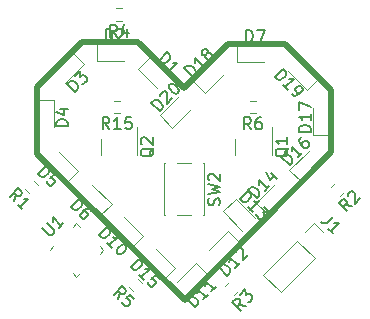
<source format=gbr>
%TF.GenerationSoftware,KiCad,Pcbnew,7.0.7*%
%TF.CreationDate,2024-04-02T17:30:46-04:00*%
%TF.ProjectId,battery_leds,62617474-6572-4795-9f6c-6564732e6b69,rev?*%
%TF.SameCoordinates,Original*%
%TF.FileFunction,Legend,Top*%
%TF.FilePolarity,Positive*%
%FSLAX46Y46*%
G04 Gerber Fmt 4.6, Leading zero omitted, Abs format (unit mm)*
G04 Created by KiCad (PCBNEW 7.0.7) date 2024-04-02 17:30:46*
%MOMM*%
%LPD*%
G01*
G04 APERTURE LIST*
%ADD10C,0.500000*%
%ADD11C,0.150000*%
%ADD12C,0.120000*%
G04 APERTURE END LIST*
D10*
X143600000Y-87600000D02*
X138800000Y-87600000D01*
X138800000Y-87600000D02*
X135000000Y-91400000D01*
X147450000Y-91450000D02*
X151200000Y-87700000D01*
X135000000Y-97000000D02*
X147500000Y-109400000D01*
X151200000Y-87700000D02*
X156000000Y-87700000D01*
X159900000Y-96900000D02*
X147500000Y-109400000D01*
X159900000Y-91600000D02*
X159900000Y-96900000D01*
X135000000Y-91400000D02*
X135000000Y-97000000D01*
X147450000Y-91450000D02*
X143650000Y-87650000D01*
X156000000Y-87700000D02*
X159900000Y-91600000D01*
D11*
X133099381Y-101052418D02*
X133200396Y-100479999D01*
X132695320Y-100648357D02*
X133402427Y-99941251D01*
X133402427Y-99941251D02*
X133671801Y-100210625D01*
X133671801Y-100210625D02*
X133705473Y-100311640D01*
X133705473Y-100311640D02*
X133705473Y-100378983D01*
X133705473Y-100378983D02*
X133671801Y-100479999D01*
X133671801Y-100479999D02*
X133570786Y-100581014D01*
X133570786Y-100581014D02*
X133469770Y-100614686D01*
X133469770Y-100614686D02*
X133402427Y-100614686D01*
X133402427Y-100614686D02*
X133301412Y-100581014D01*
X133301412Y-100581014D02*
X133032038Y-100311640D01*
X133772816Y-101725853D02*
X133368755Y-101321792D01*
X133570786Y-101523823D02*
X134277892Y-100816716D01*
X134277892Y-100816716D02*
X134109534Y-100850388D01*
X134109534Y-100850388D02*
X133974847Y-100850388D01*
X133974847Y-100850388D02*
X133873831Y-100816716D01*
X144900058Y-96532739D02*
X144852439Y-96627977D01*
X144852439Y-96627977D02*
X144757201Y-96723215D01*
X144757201Y-96723215D02*
X144614343Y-96866072D01*
X144614343Y-96866072D02*
X144566724Y-96961310D01*
X144566724Y-96961310D02*
X144566724Y-97056548D01*
X144804820Y-97008929D02*
X144757201Y-97104167D01*
X144757201Y-97104167D02*
X144661962Y-97199405D01*
X144661962Y-97199405D02*
X144471486Y-97247024D01*
X144471486Y-97247024D02*
X144138153Y-97247024D01*
X144138153Y-97247024D02*
X143947677Y-97199405D01*
X143947677Y-97199405D02*
X143852439Y-97104167D01*
X143852439Y-97104167D02*
X143804820Y-97008929D01*
X143804820Y-97008929D02*
X143804820Y-96818453D01*
X143804820Y-96818453D02*
X143852439Y-96723215D01*
X143852439Y-96723215D02*
X143947677Y-96627977D01*
X143947677Y-96627977D02*
X144138153Y-96580358D01*
X144138153Y-96580358D02*
X144471486Y-96580358D01*
X144471486Y-96580358D02*
X144661962Y-96627977D01*
X144661962Y-96627977D02*
X144757201Y-96723215D01*
X144757201Y-96723215D02*
X144804820Y-96818453D01*
X144804820Y-96818453D02*
X144804820Y-97008929D01*
X143900058Y-96199405D02*
X143852439Y-96151786D01*
X143852439Y-96151786D02*
X143804820Y-96056548D01*
X143804820Y-96056548D02*
X143804820Y-95818453D01*
X143804820Y-95818453D02*
X143852439Y-95723215D01*
X143852439Y-95723215D02*
X143900058Y-95675596D01*
X143900058Y-95675596D02*
X143995296Y-95627977D01*
X143995296Y-95627977D02*
X144090534Y-95627977D01*
X144090534Y-95627977D02*
X144233391Y-95675596D01*
X144233391Y-95675596D02*
X144804820Y-96247024D01*
X144804820Y-96247024D02*
X144804820Y-95627977D01*
X140811906Y-87462320D02*
X140811906Y-86462320D01*
X140811906Y-86462320D02*
X141050001Y-86462320D01*
X141050001Y-86462320D02*
X141192858Y-86509939D01*
X141192858Y-86509939D02*
X141288096Y-86605177D01*
X141288096Y-86605177D02*
X141335715Y-86700415D01*
X141335715Y-86700415D02*
X141383334Y-86890891D01*
X141383334Y-86890891D02*
X141383334Y-87033748D01*
X141383334Y-87033748D02*
X141335715Y-87224224D01*
X141335715Y-87224224D02*
X141288096Y-87319462D01*
X141288096Y-87319462D02*
X141192858Y-87414701D01*
X141192858Y-87414701D02*
X141050001Y-87462320D01*
X141050001Y-87462320D02*
X140811906Y-87462320D01*
X141764287Y-86557558D02*
X141811906Y-86509939D01*
X141811906Y-86509939D02*
X141907144Y-86462320D01*
X141907144Y-86462320D02*
X142145239Y-86462320D01*
X142145239Y-86462320D02*
X142240477Y-86509939D01*
X142240477Y-86509939D02*
X142288096Y-86557558D01*
X142288096Y-86557558D02*
X142335715Y-86652796D01*
X142335715Y-86652796D02*
X142335715Y-86748034D01*
X142335715Y-86748034D02*
X142288096Y-86890891D01*
X142288096Y-86890891D02*
X141716668Y-87462320D01*
X141716668Y-87462320D02*
X142335715Y-87462320D01*
X160070653Y-102345443D02*
X159565577Y-102850519D01*
X159565577Y-102850519D02*
X159430890Y-102917863D01*
X159430890Y-102917863D02*
X159296203Y-102917863D01*
X159296203Y-102917863D02*
X159161516Y-102850519D01*
X159161516Y-102850519D02*
X159094172Y-102783176D01*
X160070653Y-103759657D02*
X159666592Y-103355596D01*
X159868623Y-103557626D02*
X160575730Y-102850519D01*
X160575730Y-102850519D02*
X160407371Y-102884191D01*
X160407371Y-102884191D02*
X160272684Y-102884191D01*
X160272684Y-102884191D02*
X160171669Y-102850519D01*
X145317646Y-89126031D02*
X146024753Y-88418925D01*
X146024753Y-88418925D02*
X146193112Y-88587283D01*
X146193112Y-88587283D02*
X146260455Y-88721970D01*
X146260455Y-88721970D02*
X146260455Y-88856657D01*
X146260455Y-88856657D02*
X146226783Y-88957673D01*
X146226783Y-88957673D02*
X146125768Y-89126031D01*
X146125768Y-89126031D02*
X146024753Y-89227047D01*
X146024753Y-89227047D02*
X145856394Y-89328062D01*
X145856394Y-89328062D02*
X145755379Y-89361734D01*
X145755379Y-89361734D02*
X145620692Y-89361734D01*
X145620692Y-89361734D02*
X145486005Y-89294390D01*
X145486005Y-89294390D02*
X145317646Y-89126031D01*
X146395142Y-90203527D02*
X145991081Y-89799466D01*
X146193112Y-90001497D02*
X146900218Y-89294390D01*
X146900218Y-89294390D02*
X146731860Y-89328062D01*
X146731860Y-89328062D02*
X146597173Y-89328062D01*
X146597173Y-89328062D02*
X146496157Y-89294390D01*
X156300058Y-96532739D02*
X156252439Y-96627977D01*
X156252439Y-96627977D02*
X156157201Y-96723215D01*
X156157201Y-96723215D02*
X156014343Y-96866072D01*
X156014343Y-96866072D02*
X155966724Y-96961310D01*
X155966724Y-96961310D02*
X155966724Y-97056548D01*
X156204820Y-97008929D02*
X156157201Y-97104167D01*
X156157201Y-97104167D02*
X156061962Y-97199405D01*
X156061962Y-97199405D02*
X155871486Y-97247024D01*
X155871486Y-97247024D02*
X155538153Y-97247024D01*
X155538153Y-97247024D02*
X155347677Y-97199405D01*
X155347677Y-97199405D02*
X155252439Y-97104167D01*
X155252439Y-97104167D02*
X155204820Y-97008929D01*
X155204820Y-97008929D02*
X155204820Y-96818453D01*
X155204820Y-96818453D02*
X155252439Y-96723215D01*
X155252439Y-96723215D02*
X155347677Y-96627977D01*
X155347677Y-96627977D02*
X155538153Y-96580358D01*
X155538153Y-96580358D02*
X155871486Y-96580358D01*
X155871486Y-96580358D02*
X156061962Y-96627977D01*
X156061962Y-96627977D02*
X156157201Y-96723215D01*
X156157201Y-96723215D02*
X156204820Y-96818453D01*
X156204820Y-96818453D02*
X156204820Y-97008929D01*
X156204820Y-95627977D02*
X156204820Y-96199405D01*
X156204820Y-95913691D02*
X155204820Y-95913691D01*
X155204820Y-95913691D02*
X155347677Y-96008929D01*
X155347677Y-96008929D02*
X155442915Y-96104167D01*
X155442915Y-96104167D02*
X155490534Y-96199405D01*
X158174820Y-95151786D02*
X157174820Y-95151786D01*
X157174820Y-95151786D02*
X157174820Y-94913691D01*
X157174820Y-94913691D02*
X157222439Y-94770834D01*
X157222439Y-94770834D02*
X157317677Y-94675596D01*
X157317677Y-94675596D02*
X157412915Y-94627977D01*
X157412915Y-94627977D02*
X157603391Y-94580358D01*
X157603391Y-94580358D02*
X157746248Y-94580358D01*
X157746248Y-94580358D02*
X157936724Y-94627977D01*
X157936724Y-94627977D02*
X158031962Y-94675596D01*
X158031962Y-94675596D02*
X158127201Y-94770834D01*
X158127201Y-94770834D02*
X158174820Y-94913691D01*
X158174820Y-94913691D02*
X158174820Y-95151786D01*
X158174820Y-93627977D02*
X158174820Y-94199405D01*
X158174820Y-93913691D02*
X157174820Y-93913691D01*
X157174820Y-93913691D02*
X157317677Y-94008929D01*
X157317677Y-94008929D02*
X157412915Y-94104167D01*
X157412915Y-94104167D02*
X157460534Y-94199405D01*
X157174820Y-93294643D02*
X157174820Y-92627977D01*
X157174820Y-92627977D02*
X158174820Y-93056548D01*
X152180928Y-100889313D02*
X152888035Y-100182207D01*
X152888035Y-100182207D02*
X153056394Y-100350565D01*
X153056394Y-100350565D02*
X153123737Y-100485252D01*
X153123737Y-100485252D02*
X153123737Y-100619939D01*
X153123737Y-100619939D02*
X153090065Y-100720955D01*
X153090065Y-100720955D02*
X152989050Y-100889313D01*
X152989050Y-100889313D02*
X152888035Y-100990329D01*
X152888035Y-100990329D02*
X152719676Y-101091344D01*
X152719676Y-101091344D02*
X152618661Y-101125016D01*
X152618661Y-101125016D02*
X152483974Y-101125016D01*
X152483974Y-101125016D02*
X152349287Y-101057672D01*
X152349287Y-101057672D02*
X152180928Y-100889313D01*
X153258424Y-101966809D02*
X152854363Y-101562748D01*
X153056394Y-101764779D02*
X153763500Y-101057672D01*
X153763500Y-101057672D02*
X153595142Y-101091344D01*
X153595142Y-101091344D02*
X153460455Y-101091344D01*
X153460455Y-101091344D02*
X153359439Y-101057672D01*
X154201233Y-101495405D02*
X154638966Y-101933138D01*
X154638966Y-101933138D02*
X154133890Y-101966810D01*
X154133890Y-101966810D02*
X154234905Y-102067825D01*
X154234905Y-102067825D02*
X154268577Y-102168840D01*
X154268577Y-102168840D02*
X154268577Y-102236184D01*
X154268577Y-102236184D02*
X154234905Y-102337199D01*
X154234905Y-102337199D02*
X154066546Y-102505558D01*
X154066546Y-102505558D02*
X153965531Y-102539229D01*
X153965531Y-102539229D02*
X153898188Y-102539229D01*
X153898188Y-102539229D02*
X153797172Y-102505558D01*
X153797172Y-102505558D02*
X153595142Y-102303527D01*
X153595142Y-102303527D02*
X153561470Y-102202512D01*
X153561470Y-102202512D02*
X153561470Y-102135168D01*
X135095320Y-98748357D02*
X135802427Y-98041251D01*
X135802427Y-98041251D02*
X135970786Y-98209609D01*
X135970786Y-98209609D02*
X136038129Y-98344296D01*
X136038129Y-98344296D02*
X136038129Y-98478983D01*
X136038129Y-98478983D02*
X136004457Y-98579999D01*
X136004457Y-98579999D02*
X135903442Y-98748357D01*
X135903442Y-98748357D02*
X135802427Y-98849373D01*
X135802427Y-98849373D02*
X135634068Y-98950388D01*
X135634068Y-98950388D02*
X135533053Y-98984060D01*
X135533053Y-98984060D02*
X135398366Y-98984060D01*
X135398366Y-98984060D02*
X135263679Y-98916716D01*
X135263679Y-98916716D02*
X135095320Y-98748357D01*
X136846251Y-99085075D02*
X136509534Y-98748357D01*
X136509534Y-98748357D02*
X136139144Y-99051403D01*
X136139144Y-99051403D02*
X136206488Y-99051403D01*
X136206488Y-99051403D02*
X136307503Y-99085075D01*
X136307503Y-99085075D02*
X136475862Y-99253434D01*
X136475862Y-99253434D02*
X136509534Y-99354449D01*
X136509534Y-99354449D02*
X136509534Y-99421792D01*
X136509534Y-99421792D02*
X136475862Y-99522808D01*
X136475862Y-99522808D02*
X136307503Y-99691166D01*
X136307503Y-99691166D02*
X136206488Y-99724838D01*
X136206488Y-99724838D02*
X136139144Y-99724838D01*
X136139144Y-99724838D02*
X136038129Y-99691166D01*
X136038129Y-99691166D02*
X135869770Y-99522808D01*
X135869770Y-99522808D02*
X135836099Y-99421792D01*
X135836099Y-99421792D02*
X135836099Y-99354449D01*
X151124139Y-107328899D02*
X150417033Y-106621792D01*
X150417033Y-106621792D02*
X150585391Y-106453433D01*
X150585391Y-106453433D02*
X150720078Y-106386090D01*
X150720078Y-106386090D02*
X150854765Y-106386090D01*
X150854765Y-106386090D02*
X150955781Y-106419762D01*
X150955781Y-106419762D02*
X151124139Y-106520777D01*
X151124139Y-106520777D02*
X151225155Y-106621792D01*
X151225155Y-106621792D02*
X151326170Y-106790151D01*
X151326170Y-106790151D02*
X151359842Y-106891166D01*
X151359842Y-106891166D02*
X151359842Y-107025853D01*
X151359842Y-107025853D02*
X151292498Y-107160540D01*
X151292498Y-107160540D02*
X151124139Y-107328899D01*
X152201635Y-106251403D02*
X151797574Y-106655464D01*
X151999605Y-106453433D02*
X151292498Y-105746327D01*
X151292498Y-105746327D02*
X151326170Y-105914685D01*
X151326170Y-105914685D02*
X151326170Y-106049372D01*
X151326170Y-106049372D02*
X151292498Y-106150388D01*
X151831246Y-105342265D02*
X151831246Y-105274922D01*
X151831246Y-105274922D02*
X151864918Y-105173907D01*
X151864918Y-105173907D02*
X152033277Y-105005548D01*
X152033277Y-105005548D02*
X152134292Y-104971876D01*
X152134292Y-104971876D02*
X152201636Y-104971876D01*
X152201636Y-104971876D02*
X152302651Y-105005548D01*
X152302651Y-105005548D02*
X152369994Y-105072891D01*
X152369994Y-105072891D02*
X152437338Y-105207578D01*
X152437338Y-105207578D02*
X152437338Y-106015700D01*
X152437338Y-106015700D02*
X152875071Y-105577968D01*
X138260857Y-91792181D02*
X137553751Y-91085074D01*
X137553751Y-91085074D02*
X137722109Y-90916715D01*
X137722109Y-90916715D02*
X137856796Y-90849372D01*
X137856796Y-90849372D02*
X137991483Y-90849372D01*
X137991483Y-90849372D02*
X138092499Y-90883044D01*
X138092499Y-90883044D02*
X138260857Y-90984059D01*
X138260857Y-90984059D02*
X138361873Y-91085074D01*
X138361873Y-91085074D02*
X138462888Y-91253433D01*
X138462888Y-91253433D02*
X138496560Y-91354448D01*
X138496560Y-91354448D02*
X138496560Y-91489135D01*
X138496560Y-91489135D02*
X138429216Y-91623822D01*
X138429216Y-91623822D02*
X138260857Y-91792181D01*
X138193514Y-90445311D02*
X138631247Y-90007578D01*
X138631247Y-90007578D02*
X138664918Y-90512654D01*
X138664918Y-90512654D02*
X138765934Y-90411639D01*
X138765934Y-90411639D02*
X138866949Y-90377967D01*
X138866949Y-90377967D02*
X138934292Y-90377967D01*
X138934292Y-90377967D02*
X139035308Y-90411639D01*
X139035308Y-90411639D02*
X139203666Y-90579998D01*
X139203666Y-90579998D02*
X139237338Y-90681013D01*
X139237338Y-90681013D02*
X139237338Y-90748357D01*
X139237338Y-90748357D02*
X139203666Y-90849372D01*
X139203666Y-90849372D02*
X139001636Y-91051402D01*
X139001636Y-91051402D02*
X138900621Y-91085074D01*
X138900621Y-91085074D02*
X138833277Y-91085074D01*
X148201813Y-90506573D02*
X147494707Y-89799466D01*
X147494707Y-89799466D02*
X147663065Y-89631107D01*
X147663065Y-89631107D02*
X147797752Y-89563764D01*
X147797752Y-89563764D02*
X147932439Y-89563764D01*
X147932439Y-89563764D02*
X148033455Y-89597436D01*
X148033455Y-89597436D02*
X148201813Y-89698451D01*
X148201813Y-89698451D02*
X148302829Y-89799466D01*
X148302829Y-89799466D02*
X148403844Y-89967825D01*
X148403844Y-89967825D02*
X148437516Y-90068840D01*
X148437516Y-90068840D02*
X148437516Y-90203527D01*
X148437516Y-90203527D02*
X148370172Y-90338214D01*
X148370172Y-90338214D02*
X148201813Y-90506573D01*
X149279309Y-89429077D02*
X148875248Y-89833138D01*
X149077279Y-89631107D02*
X148370172Y-88924001D01*
X148370172Y-88924001D02*
X148403844Y-89092359D01*
X148403844Y-89092359D02*
X148403844Y-89227046D01*
X148403844Y-89227046D02*
X148370172Y-89328062D01*
X149279310Y-88620955D02*
X149178294Y-88654626D01*
X149178294Y-88654626D02*
X149110951Y-88654626D01*
X149110951Y-88654626D02*
X149009936Y-88620955D01*
X149009936Y-88620955D02*
X148976264Y-88587283D01*
X148976264Y-88587283D02*
X148942592Y-88486268D01*
X148942592Y-88486268D02*
X148942592Y-88418924D01*
X148942592Y-88418924D02*
X148976264Y-88317909D01*
X148976264Y-88317909D02*
X149110951Y-88183222D01*
X149110951Y-88183222D02*
X149211966Y-88149550D01*
X149211966Y-88149550D02*
X149279310Y-88149550D01*
X149279310Y-88149550D02*
X149380325Y-88183222D01*
X149380325Y-88183222D02*
X149413997Y-88216894D01*
X149413997Y-88216894D02*
X149447668Y-88317909D01*
X149447668Y-88317909D02*
X149447668Y-88385252D01*
X149447668Y-88385252D02*
X149413997Y-88486268D01*
X149413997Y-88486268D02*
X149279310Y-88620955D01*
X149279310Y-88620955D02*
X149245638Y-88721970D01*
X149245638Y-88721970D02*
X149245638Y-88789313D01*
X149245638Y-88789313D02*
X149279310Y-88890329D01*
X149279310Y-88890329D02*
X149413997Y-89025016D01*
X149413997Y-89025016D02*
X149515012Y-89058687D01*
X149515012Y-89058687D02*
X149582355Y-89058687D01*
X149582355Y-89058687D02*
X149683371Y-89025016D01*
X149683371Y-89025016D02*
X149818058Y-88890329D01*
X149818058Y-88890329D02*
X149851729Y-88789313D01*
X149851729Y-88789313D02*
X149851729Y-88721970D01*
X149851729Y-88721970D02*
X149818058Y-88620955D01*
X149818058Y-88620955D02*
X149683371Y-88486268D01*
X149683371Y-88486268D02*
X149582355Y-88452596D01*
X149582355Y-88452596D02*
X149515012Y-88452596D01*
X149515012Y-88452596D02*
X149413997Y-88486268D01*
X140258602Y-103911639D02*
X140965709Y-103204533D01*
X140965709Y-103204533D02*
X141134068Y-103372891D01*
X141134068Y-103372891D02*
X141201411Y-103507578D01*
X141201411Y-103507578D02*
X141201411Y-103642265D01*
X141201411Y-103642265D02*
X141167739Y-103743281D01*
X141167739Y-103743281D02*
X141066724Y-103911639D01*
X141066724Y-103911639D02*
X140965709Y-104012655D01*
X140965709Y-104012655D02*
X140797350Y-104113670D01*
X140797350Y-104113670D02*
X140696335Y-104147342D01*
X140696335Y-104147342D02*
X140561648Y-104147342D01*
X140561648Y-104147342D02*
X140426961Y-104079998D01*
X140426961Y-104079998D02*
X140258602Y-103911639D01*
X141336098Y-104989135D02*
X140932037Y-104585074D01*
X141134068Y-104787105D02*
X141841174Y-104079998D01*
X141841174Y-104079998D02*
X141672816Y-104113670D01*
X141672816Y-104113670D02*
X141538129Y-104113670D01*
X141538129Y-104113670D02*
X141437113Y-104079998D01*
X142480938Y-104719762D02*
X142548281Y-104787105D01*
X142548281Y-104787105D02*
X142581953Y-104888120D01*
X142581953Y-104888120D02*
X142581953Y-104955464D01*
X142581953Y-104955464D02*
X142548281Y-105056479D01*
X142548281Y-105056479D02*
X142447266Y-105224838D01*
X142447266Y-105224838D02*
X142278907Y-105393197D01*
X142278907Y-105393197D02*
X142110549Y-105494212D01*
X142110549Y-105494212D02*
X142009533Y-105527884D01*
X142009533Y-105527884D02*
X141942190Y-105527884D01*
X141942190Y-105527884D02*
X141841175Y-105494212D01*
X141841175Y-105494212D02*
X141773831Y-105426868D01*
X141773831Y-105426868D02*
X141740159Y-105325853D01*
X141740159Y-105325853D02*
X141740159Y-105258510D01*
X141740159Y-105258510D02*
X141773831Y-105157494D01*
X141773831Y-105157494D02*
X141874846Y-104989136D01*
X141874846Y-104989136D02*
X142043205Y-104820777D01*
X142043205Y-104820777D02*
X142211564Y-104719762D01*
X142211564Y-104719762D02*
X142312579Y-104686090D01*
X142312579Y-104686090D02*
X142379923Y-104686090D01*
X142379923Y-104686090D02*
X142480938Y-104719762D01*
X141132145Y-94922320D02*
X140798812Y-94446129D01*
X140560717Y-94922320D02*
X140560717Y-93922320D01*
X140560717Y-93922320D02*
X140941669Y-93922320D01*
X140941669Y-93922320D02*
X141036907Y-93969939D01*
X141036907Y-93969939D02*
X141084526Y-94017558D01*
X141084526Y-94017558D02*
X141132145Y-94112796D01*
X141132145Y-94112796D02*
X141132145Y-94255653D01*
X141132145Y-94255653D02*
X141084526Y-94350891D01*
X141084526Y-94350891D02*
X141036907Y-94398510D01*
X141036907Y-94398510D02*
X140941669Y-94446129D01*
X140941669Y-94446129D02*
X140560717Y-94446129D01*
X142084526Y-94922320D02*
X141513098Y-94922320D01*
X141798812Y-94922320D02*
X141798812Y-93922320D01*
X141798812Y-93922320D02*
X141703574Y-94065177D01*
X141703574Y-94065177D02*
X141608336Y-94160415D01*
X141608336Y-94160415D02*
X141513098Y-94208034D01*
X142989288Y-93922320D02*
X142513098Y-93922320D01*
X142513098Y-93922320D02*
X142465479Y-94398510D01*
X142465479Y-94398510D02*
X142513098Y-94350891D01*
X142513098Y-94350891D02*
X142608336Y-94303272D01*
X142608336Y-94303272D02*
X142846431Y-94303272D01*
X142846431Y-94303272D02*
X142941669Y-94350891D01*
X142941669Y-94350891D02*
X142989288Y-94398510D01*
X142989288Y-94398510D02*
X143036907Y-94493748D01*
X143036907Y-94493748D02*
X143036907Y-94731843D01*
X143036907Y-94731843D02*
X142989288Y-94827081D01*
X142989288Y-94827081D02*
X142941669Y-94874701D01*
X142941669Y-94874701D02*
X142846431Y-94922320D01*
X142846431Y-94922320D02*
X142608336Y-94922320D01*
X142608336Y-94922320D02*
X142513098Y-94874701D01*
X142513098Y-94874701D02*
X142465479Y-94827081D01*
X137895320Y-101548357D02*
X138602427Y-100841251D01*
X138602427Y-100841251D02*
X138770786Y-101009609D01*
X138770786Y-101009609D02*
X138838129Y-101144296D01*
X138838129Y-101144296D02*
X138838129Y-101278983D01*
X138838129Y-101278983D02*
X138804457Y-101379999D01*
X138804457Y-101379999D02*
X138703442Y-101548357D01*
X138703442Y-101548357D02*
X138602427Y-101649373D01*
X138602427Y-101649373D02*
X138434068Y-101750388D01*
X138434068Y-101750388D02*
X138333053Y-101784060D01*
X138333053Y-101784060D02*
X138198366Y-101784060D01*
X138198366Y-101784060D02*
X138063679Y-101716716D01*
X138063679Y-101716716D02*
X137895320Y-101548357D01*
X139612579Y-101851403D02*
X139477892Y-101716716D01*
X139477892Y-101716716D02*
X139376877Y-101683044D01*
X139376877Y-101683044D02*
X139309534Y-101683044D01*
X139309534Y-101683044D02*
X139141175Y-101716716D01*
X139141175Y-101716716D02*
X138972816Y-101817731D01*
X138972816Y-101817731D02*
X138703442Y-102087105D01*
X138703442Y-102087105D02*
X138669770Y-102188121D01*
X138669770Y-102188121D02*
X138669770Y-102255464D01*
X138669770Y-102255464D02*
X138703442Y-102356479D01*
X138703442Y-102356479D02*
X138838129Y-102491166D01*
X138838129Y-102491166D02*
X138939144Y-102524838D01*
X138939144Y-102524838D02*
X139006488Y-102524838D01*
X139006488Y-102524838D02*
X139107503Y-102491166D01*
X139107503Y-102491166D02*
X139275862Y-102322808D01*
X139275862Y-102322808D02*
X139309534Y-102221792D01*
X139309534Y-102221792D02*
X139309534Y-102154449D01*
X139309534Y-102154449D02*
X139275862Y-102053434D01*
X139275862Y-102053434D02*
X139141175Y-101918747D01*
X139141175Y-101918747D02*
X139040160Y-101885075D01*
X139040160Y-101885075D02*
X138972816Y-101885075D01*
X138972816Y-101885075D02*
X138871801Y-101918747D01*
X137634820Y-94675595D02*
X136634820Y-94675595D01*
X136634820Y-94675595D02*
X136634820Y-94437500D01*
X136634820Y-94437500D02*
X136682439Y-94294643D01*
X136682439Y-94294643D02*
X136777677Y-94199405D01*
X136777677Y-94199405D02*
X136872915Y-94151786D01*
X136872915Y-94151786D02*
X137063391Y-94104167D01*
X137063391Y-94104167D02*
X137206248Y-94104167D01*
X137206248Y-94104167D02*
X137396724Y-94151786D01*
X137396724Y-94151786D02*
X137491962Y-94199405D01*
X137491962Y-94199405D02*
X137587201Y-94294643D01*
X137587201Y-94294643D02*
X137634820Y-94437500D01*
X137634820Y-94437500D02*
X137634820Y-94675595D01*
X136968153Y-93247024D02*
X137634820Y-93247024D01*
X136587201Y-93485119D02*
X137301486Y-93723214D01*
X137301486Y-93723214D02*
X137301486Y-93104167D01*
X155158602Y-90511639D02*
X155865709Y-89804533D01*
X155865709Y-89804533D02*
X156034068Y-89972891D01*
X156034068Y-89972891D02*
X156101411Y-90107578D01*
X156101411Y-90107578D02*
X156101411Y-90242265D01*
X156101411Y-90242265D02*
X156067739Y-90343281D01*
X156067739Y-90343281D02*
X155966724Y-90511639D01*
X155966724Y-90511639D02*
X155865709Y-90612655D01*
X155865709Y-90612655D02*
X155697350Y-90713670D01*
X155697350Y-90713670D02*
X155596335Y-90747342D01*
X155596335Y-90747342D02*
X155461648Y-90747342D01*
X155461648Y-90747342D02*
X155326961Y-90679998D01*
X155326961Y-90679998D02*
X155158602Y-90511639D01*
X156236098Y-91589135D02*
X155832037Y-91185074D01*
X156034068Y-91387105D02*
X156741174Y-90679998D01*
X156741174Y-90679998D02*
X156572816Y-90713670D01*
X156572816Y-90713670D02*
X156438129Y-90713670D01*
X156438129Y-90713670D02*
X156337113Y-90679998D01*
X156572816Y-91925853D02*
X156707503Y-92060540D01*
X156707503Y-92060540D02*
X156808518Y-92094212D01*
X156808518Y-92094212D02*
X156875862Y-92094212D01*
X156875862Y-92094212D02*
X157044220Y-92060540D01*
X157044220Y-92060540D02*
X157212579Y-91959525D01*
X157212579Y-91959525D02*
X157481953Y-91690151D01*
X157481953Y-91690151D02*
X157515625Y-91589136D01*
X157515625Y-91589136D02*
X157515625Y-91521792D01*
X157515625Y-91521792D02*
X157481953Y-91420777D01*
X157481953Y-91420777D02*
X157347266Y-91286090D01*
X157347266Y-91286090D02*
X157246251Y-91252418D01*
X157246251Y-91252418D02*
X157178907Y-91252418D01*
X157178907Y-91252418D02*
X157077892Y-91286090D01*
X157077892Y-91286090D02*
X156909533Y-91454449D01*
X156909533Y-91454449D02*
X156875862Y-91555464D01*
X156875862Y-91555464D02*
X156875862Y-91622807D01*
X156875862Y-91622807D02*
X156909533Y-91723823D01*
X156909533Y-91723823D02*
X157044220Y-91858510D01*
X157044220Y-91858510D02*
X157145236Y-91892181D01*
X157145236Y-91892181D02*
X157212579Y-91892181D01*
X157212579Y-91892181D02*
X157313594Y-91858510D01*
X153601813Y-100806573D02*
X152894707Y-100099466D01*
X152894707Y-100099466D02*
X153063065Y-99931107D01*
X153063065Y-99931107D02*
X153197752Y-99863764D01*
X153197752Y-99863764D02*
X153332439Y-99863764D01*
X153332439Y-99863764D02*
X153433455Y-99897436D01*
X153433455Y-99897436D02*
X153601813Y-99998451D01*
X153601813Y-99998451D02*
X153702829Y-100099466D01*
X153702829Y-100099466D02*
X153803844Y-100267825D01*
X153803844Y-100267825D02*
X153837516Y-100368840D01*
X153837516Y-100368840D02*
X153837516Y-100503527D01*
X153837516Y-100503527D02*
X153770172Y-100638214D01*
X153770172Y-100638214D02*
X153601813Y-100806573D01*
X154679309Y-99729077D02*
X154275248Y-100133138D01*
X154477279Y-99931107D02*
X153770172Y-99224001D01*
X153770172Y-99224001D02*
X153803844Y-99392359D01*
X153803844Y-99392359D02*
X153803844Y-99527046D01*
X153803844Y-99527046D02*
X153770172Y-99628062D01*
X154813997Y-98651581D02*
X155285401Y-99122985D01*
X154376264Y-98550565D02*
X154712981Y-99224000D01*
X154712981Y-99224000D02*
X155150714Y-98786268D01*
X145401813Y-93406573D02*
X144694707Y-92699466D01*
X144694707Y-92699466D02*
X144863065Y-92531107D01*
X144863065Y-92531107D02*
X144997752Y-92463764D01*
X144997752Y-92463764D02*
X145132439Y-92463764D01*
X145132439Y-92463764D02*
X145233455Y-92497436D01*
X145233455Y-92497436D02*
X145401813Y-92598451D01*
X145401813Y-92598451D02*
X145502829Y-92699466D01*
X145502829Y-92699466D02*
X145603844Y-92867825D01*
X145603844Y-92867825D02*
X145637516Y-92968840D01*
X145637516Y-92968840D02*
X145637516Y-93103527D01*
X145637516Y-93103527D02*
X145570172Y-93238214D01*
X145570172Y-93238214D02*
X145401813Y-93406573D01*
X145435485Y-92093375D02*
X145435485Y-92026031D01*
X145435485Y-92026031D02*
X145469157Y-91925016D01*
X145469157Y-91925016D02*
X145637516Y-91756657D01*
X145637516Y-91756657D02*
X145738531Y-91722985D01*
X145738531Y-91722985D02*
X145805874Y-91722985D01*
X145805874Y-91722985D02*
X145906890Y-91756657D01*
X145906890Y-91756657D02*
X145974233Y-91824001D01*
X145974233Y-91824001D02*
X146041577Y-91958688D01*
X146041577Y-91958688D02*
X146041577Y-92766810D01*
X146041577Y-92766810D02*
X146479309Y-92329077D01*
X146209936Y-91184237D02*
X146277279Y-91116894D01*
X146277279Y-91116894D02*
X146378294Y-91083222D01*
X146378294Y-91083222D02*
X146445638Y-91083222D01*
X146445638Y-91083222D02*
X146546653Y-91116894D01*
X146546653Y-91116894D02*
X146715012Y-91217909D01*
X146715012Y-91217909D02*
X146883371Y-91386268D01*
X146883371Y-91386268D02*
X146984386Y-91554626D01*
X146984386Y-91554626D02*
X147018058Y-91655642D01*
X147018058Y-91655642D02*
X147018058Y-91722985D01*
X147018058Y-91722985D02*
X146984386Y-91824000D01*
X146984386Y-91824000D02*
X146917042Y-91891344D01*
X146917042Y-91891344D02*
X146816027Y-91925016D01*
X146816027Y-91925016D02*
X146748684Y-91925016D01*
X146748684Y-91925016D02*
X146647668Y-91891344D01*
X146647668Y-91891344D02*
X146479310Y-91790329D01*
X146479310Y-91790329D02*
X146310951Y-91621970D01*
X146310951Y-91621970D02*
X146209936Y-91453611D01*
X146209936Y-91453611D02*
X146176264Y-91352596D01*
X146176264Y-91352596D02*
X146176264Y-91285252D01*
X146176264Y-91285252D02*
X146209936Y-91184237D01*
X141783334Y-87122320D02*
X141450001Y-86646129D01*
X141211906Y-87122320D02*
X141211906Y-86122320D01*
X141211906Y-86122320D02*
X141592858Y-86122320D01*
X141592858Y-86122320D02*
X141688096Y-86169939D01*
X141688096Y-86169939D02*
X141735715Y-86217558D01*
X141735715Y-86217558D02*
X141783334Y-86312796D01*
X141783334Y-86312796D02*
X141783334Y-86455653D01*
X141783334Y-86455653D02*
X141735715Y-86550891D01*
X141735715Y-86550891D02*
X141688096Y-86598510D01*
X141688096Y-86598510D02*
X141592858Y-86646129D01*
X141592858Y-86646129D02*
X141211906Y-86646129D01*
X142640477Y-86455653D02*
X142640477Y-87122320D01*
X142402382Y-86074701D02*
X142164287Y-86788986D01*
X142164287Y-86788986D02*
X142783334Y-86788986D01*
X152711906Y-87562320D02*
X152711906Y-86562320D01*
X152711906Y-86562320D02*
X152950001Y-86562320D01*
X152950001Y-86562320D02*
X153092858Y-86609939D01*
X153092858Y-86609939D02*
X153188096Y-86705177D01*
X153188096Y-86705177D02*
X153235715Y-86800415D01*
X153235715Y-86800415D02*
X153283334Y-86990891D01*
X153283334Y-86990891D02*
X153283334Y-87133748D01*
X153283334Y-87133748D02*
X153235715Y-87324224D01*
X153235715Y-87324224D02*
X153188096Y-87419462D01*
X153188096Y-87419462D02*
X153092858Y-87514701D01*
X153092858Y-87514701D02*
X152950001Y-87562320D01*
X152950001Y-87562320D02*
X152711906Y-87562320D01*
X153616668Y-86562320D02*
X154283334Y-86562320D01*
X154283334Y-86562320D02*
X153854763Y-87562320D01*
X135431710Y-103316878D02*
X136004130Y-103889298D01*
X136004130Y-103889298D02*
X136105145Y-103922970D01*
X136105145Y-103922970D02*
X136172489Y-103922970D01*
X136172489Y-103922970D02*
X136273504Y-103889298D01*
X136273504Y-103889298D02*
X136408191Y-103754611D01*
X136408191Y-103754611D02*
X136441863Y-103653596D01*
X136441863Y-103653596D02*
X136441863Y-103586252D01*
X136441863Y-103586252D02*
X136408191Y-103485237D01*
X136408191Y-103485237D02*
X135835771Y-102912817D01*
X137249985Y-102912817D02*
X136845924Y-103316878D01*
X137047954Y-103114848D02*
X136340848Y-102407741D01*
X136340848Y-102407741D02*
X136374519Y-102576100D01*
X136374519Y-102576100D02*
X136374519Y-102710787D01*
X136374519Y-102710787D02*
X136340848Y-102811802D01*
X156401813Y-98006573D02*
X155694707Y-97299466D01*
X155694707Y-97299466D02*
X155863065Y-97131107D01*
X155863065Y-97131107D02*
X155997752Y-97063764D01*
X155997752Y-97063764D02*
X156132439Y-97063764D01*
X156132439Y-97063764D02*
X156233455Y-97097436D01*
X156233455Y-97097436D02*
X156401813Y-97198451D01*
X156401813Y-97198451D02*
X156502829Y-97299466D01*
X156502829Y-97299466D02*
X156603844Y-97467825D01*
X156603844Y-97467825D02*
X156637516Y-97568840D01*
X156637516Y-97568840D02*
X156637516Y-97703527D01*
X156637516Y-97703527D02*
X156570172Y-97838214D01*
X156570172Y-97838214D02*
X156401813Y-98006573D01*
X157479309Y-96929077D02*
X157075248Y-97333138D01*
X157277279Y-97131107D02*
X156570172Y-96424001D01*
X156570172Y-96424001D02*
X156603844Y-96592359D01*
X156603844Y-96592359D02*
X156603844Y-96727046D01*
X156603844Y-96727046D02*
X156570172Y-96828062D01*
X157378294Y-95615878D02*
X157243607Y-95750565D01*
X157243607Y-95750565D02*
X157209936Y-95851581D01*
X157209936Y-95851581D02*
X157209936Y-95918924D01*
X157209936Y-95918924D02*
X157243607Y-96087283D01*
X157243607Y-96087283D02*
X157344623Y-96255642D01*
X157344623Y-96255642D02*
X157613997Y-96525016D01*
X157613997Y-96525016D02*
X157715012Y-96558687D01*
X157715012Y-96558687D02*
X157782355Y-96558687D01*
X157782355Y-96558687D02*
X157883371Y-96525016D01*
X157883371Y-96525016D02*
X158018058Y-96390329D01*
X158018058Y-96390329D02*
X158051729Y-96289313D01*
X158051729Y-96289313D02*
X158051729Y-96221970D01*
X158051729Y-96221970D02*
X158018058Y-96120955D01*
X158018058Y-96120955D02*
X157849699Y-95952596D01*
X157849699Y-95952596D02*
X157748684Y-95918924D01*
X157748684Y-95918924D02*
X157681340Y-95918924D01*
X157681340Y-95918924D02*
X157580325Y-95952596D01*
X157580325Y-95952596D02*
X157445638Y-96087283D01*
X157445638Y-96087283D02*
X157411966Y-96188298D01*
X157411966Y-96188298D02*
X157411966Y-96255642D01*
X157411966Y-96255642D02*
X157445638Y-96356657D01*
X153112623Y-94946469D02*
X152779290Y-94470278D01*
X152541195Y-94946469D02*
X152541195Y-93946469D01*
X152541195Y-93946469D02*
X152922147Y-93946469D01*
X152922147Y-93946469D02*
X153017385Y-93994088D01*
X153017385Y-93994088D02*
X153065004Y-94041707D01*
X153065004Y-94041707D02*
X153112623Y-94136945D01*
X153112623Y-94136945D02*
X153112623Y-94279802D01*
X153112623Y-94279802D02*
X153065004Y-94375040D01*
X153065004Y-94375040D02*
X153017385Y-94422659D01*
X153017385Y-94422659D02*
X152922147Y-94470278D01*
X152922147Y-94470278D02*
X152541195Y-94470278D01*
X153969766Y-93946469D02*
X153779290Y-93946469D01*
X153779290Y-93946469D02*
X153684052Y-93994088D01*
X153684052Y-93994088D02*
X153636433Y-94041707D01*
X153636433Y-94041707D02*
X153541195Y-94184564D01*
X153541195Y-94184564D02*
X153493576Y-94375040D01*
X153493576Y-94375040D02*
X153493576Y-94755992D01*
X153493576Y-94755992D02*
X153541195Y-94851230D01*
X153541195Y-94851230D02*
X153588814Y-94898850D01*
X153588814Y-94898850D02*
X153684052Y-94946469D01*
X153684052Y-94946469D02*
X153874528Y-94946469D01*
X153874528Y-94946469D02*
X153969766Y-94898850D01*
X153969766Y-94898850D02*
X154017385Y-94851230D01*
X154017385Y-94851230D02*
X154065004Y-94755992D01*
X154065004Y-94755992D02*
X154065004Y-94517897D01*
X154065004Y-94517897D02*
X154017385Y-94422659D01*
X154017385Y-94422659D02*
X153969766Y-94375040D01*
X153969766Y-94375040D02*
X153874528Y-94327421D01*
X153874528Y-94327421D02*
X153684052Y-94327421D01*
X153684052Y-94327421D02*
X153588814Y-94375040D01*
X153588814Y-94375040D02*
X153541195Y-94422659D01*
X153541195Y-94422659D02*
X153493576Y-94517897D01*
X152664918Y-109888120D02*
X152092499Y-109787105D01*
X152260857Y-110292181D02*
X151553751Y-109585074D01*
X151553751Y-109585074D02*
X151823125Y-109315700D01*
X151823125Y-109315700D02*
X151924140Y-109282028D01*
X151924140Y-109282028D02*
X151991483Y-109282028D01*
X151991483Y-109282028D02*
X152092499Y-109315700D01*
X152092499Y-109315700D02*
X152193514Y-109416715D01*
X152193514Y-109416715D02*
X152227186Y-109517731D01*
X152227186Y-109517731D02*
X152227186Y-109585074D01*
X152227186Y-109585074D02*
X152193514Y-109686089D01*
X152193514Y-109686089D02*
X151924140Y-109955463D01*
X152193514Y-108945311D02*
X152631247Y-108507578D01*
X152631247Y-108507578D02*
X152664918Y-109012654D01*
X152664918Y-109012654D02*
X152765934Y-108911639D01*
X152765934Y-108911639D02*
X152866949Y-108877967D01*
X152866949Y-108877967D02*
X152934292Y-108877967D01*
X152934292Y-108877967D02*
X153035308Y-108911639D01*
X153035308Y-108911639D02*
X153203666Y-109079998D01*
X153203666Y-109079998D02*
X153237338Y-109181013D01*
X153237338Y-109181013D02*
X153237338Y-109248357D01*
X153237338Y-109248357D02*
X153203666Y-109349372D01*
X153203666Y-109349372D02*
X153001636Y-109551402D01*
X153001636Y-109551402D02*
X152900621Y-109585074D01*
X152900621Y-109585074D02*
X152833277Y-109585074D01*
X161681555Y-101471483D02*
X161109136Y-101370468D01*
X161277494Y-101875544D02*
X160570388Y-101168437D01*
X160570388Y-101168437D02*
X160839762Y-100899063D01*
X160839762Y-100899063D02*
X160940777Y-100865391D01*
X160940777Y-100865391D02*
X161008120Y-100865391D01*
X161008120Y-100865391D02*
X161109136Y-100899063D01*
X161109136Y-100899063D02*
X161210151Y-101000078D01*
X161210151Y-101000078D02*
X161243823Y-101101094D01*
X161243823Y-101101094D02*
X161243823Y-101168437D01*
X161243823Y-101168437D02*
X161210151Y-101269452D01*
X161210151Y-101269452D02*
X160940777Y-101538826D01*
X161311166Y-100562346D02*
X161311166Y-100495002D01*
X161311166Y-100495002D02*
X161344838Y-100393987D01*
X161344838Y-100393987D02*
X161513197Y-100225628D01*
X161513197Y-100225628D02*
X161614212Y-100191956D01*
X161614212Y-100191956D02*
X161681555Y-100191956D01*
X161681555Y-100191956D02*
X161782571Y-100225628D01*
X161782571Y-100225628D02*
X161849914Y-100292972D01*
X161849914Y-100292972D02*
X161917258Y-100427659D01*
X161917258Y-100427659D02*
X161917258Y-101235781D01*
X161917258Y-101235781D02*
X162354990Y-100798048D01*
X148424139Y-110028899D02*
X147717033Y-109321792D01*
X147717033Y-109321792D02*
X147885391Y-109153433D01*
X147885391Y-109153433D02*
X148020078Y-109086090D01*
X148020078Y-109086090D02*
X148154765Y-109086090D01*
X148154765Y-109086090D02*
X148255781Y-109119762D01*
X148255781Y-109119762D02*
X148424139Y-109220777D01*
X148424139Y-109220777D02*
X148525155Y-109321792D01*
X148525155Y-109321792D02*
X148626170Y-109490151D01*
X148626170Y-109490151D02*
X148659842Y-109591166D01*
X148659842Y-109591166D02*
X148659842Y-109725853D01*
X148659842Y-109725853D02*
X148592498Y-109860540D01*
X148592498Y-109860540D02*
X148424139Y-110028899D01*
X149501635Y-108951403D02*
X149097574Y-109355464D01*
X149299605Y-109153433D02*
X148592498Y-108446327D01*
X148592498Y-108446327D02*
X148626170Y-108614685D01*
X148626170Y-108614685D02*
X148626170Y-108749372D01*
X148626170Y-108749372D02*
X148592498Y-108850388D01*
X150175071Y-108277968D02*
X149771010Y-108682029D01*
X149973040Y-108479998D02*
X149265933Y-107772891D01*
X149265933Y-107772891D02*
X149299605Y-107941250D01*
X149299605Y-107941250D02*
X149299605Y-108075937D01*
X149299605Y-108075937D02*
X149265933Y-108176952D01*
X150457201Y-101370833D02*
X150504820Y-101227976D01*
X150504820Y-101227976D02*
X150504820Y-100989881D01*
X150504820Y-100989881D02*
X150457201Y-100894643D01*
X150457201Y-100894643D02*
X150409581Y-100847024D01*
X150409581Y-100847024D02*
X150314343Y-100799405D01*
X150314343Y-100799405D02*
X150219105Y-100799405D01*
X150219105Y-100799405D02*
X150123867Y-100847024D01*
X150123867Y-100847024D02*
X150076248Y-100894643D01*
X150076248Y-100894643D02*
X150028629Y-100989881D01*
X150028629Y-100989881D02*
X149981010Y-101180357D01*
X149981010Y-101180357D02*
X149933391Y-101275595D01*
X149933391Y-101275595D02*
X149885772Y-101323214D01*
X149885772Y-101323214D02*
X149790534Y-101370833D01*
X149790534Y-101370833D02*
X149695296Y-101370833D01*
X149695296Y-101370833D02*
X149600058Y-101323214D01*
X149600058Y-101323214D02*
X149552439Y-101275595D01*
X149552439Y-101275595D02*
X149504820Y-101180357D01*
X149504820Y-101180357D02*
X149504820Y-100942262D01*
X149504820Y-100942262D02*
X149552439Y-100799405D01*
X149504820Y-100466071D02*
X150504820Y-100227976D01*
X150504820Y-100227976D02*
X149790534Y-100037500D01*
X149790534Y-100037500D02*
X150504820Y-99847024D01*
X150504820Y-99847024D02*
X149504820Y-99608929D01*
X149600058Y-99275595D02*
X149552439Y-99227976D01*
X149552439Y-99227976D02*
X149504820Y-99132738D01*
X149504820Y-99132738D02*
X149504820Y-98894643D01*
X149504820Y-98894643D02*
X149552439Y-98799405D01*
X149552439Y-98799405D02*
X149600058Y-98751786D01*
X149600058Y-98751786D02*
X149695296Y-98704167D01*
X149695296Y-98704167D02*
X149790534Y-98704167D01*
X149790534Y-98704167D02*
X149933391Y-98751786D01*
X149933391Y-98751786D02*
X150504820Y-99323214D01*
X150504820Y-99323214D02*
X150504820Y-98704167D01*
X142958602Y-106611639D02*
X143665709Y-105904533D01*
X143665709Y-105904533D02*
X143834068Y-106072891D01*
X143834068Y-106072891D02*
X143901411Y-106207578D01*
X143901411Y-106207578D02*
X143901411Y-106342265D01*
X143901411Y-106342265D02*
X143867739Y-106443281D01*
X143867739Y-106443281D02*
X143766724Y-106611639D01*
X143766724Y-106611639D02*
X143665709Y-106712655D01*
X143665709Y-106712655D02*
X143497350Y-106813670D01*
X143497350Y-106813670D02*
X143396335Y-106847342D01*
X143396335Y-106847342D02*
X143261648Y-106847342D01*
X143261648Y-106847342D02*
X143126961Y-106779998D01*
X143126961Y-106779998D02*
X142958602Y-106611639D01*
X144036098Y-107689135D02*
X143632037Y-107285074D01*
X143834068Y-107487105D02*
X144541174Y-106779998D01*
X144541174Y-106779998D02*
X144372816Y-106813670D01*
X144372816Y-106813670D02*
X144238129Y-106813670D01*
X144238129Y-106813670D02*
X144137113Y-106779998D01*
X145382968Y-107621792D02*
X145046251Y-107285074D01*
X145046251Y-107285074D02*
X144675862Y-107588120D01*
X144675862Y-107588120D02*
X144743205Y-107588120D01*
X144743205Y-107588120D02*
X144844220Y-107621792D01*
X144844220Y-107621792D02*
X145012579Y-107790151D01*
X145012579Y-107790151D02*
X145046251Y-107891166D01*
X145046251Y-107891166D02*
X145046251Y-107958510D01*
X145046251Y-107958510D02*
X145012579Y-108059525D01*
X145012579Y-108059525D02*
X144844220Y-108227884D01*
X144844220Y-108227884D02*
X144743205Y-108261555D01*
X144743205Y-108261555D02*
X144675862Y-108261555D01*
X144675862Y-108261555D02*
X144574846Y-108227884D01*
X144574846Y-108227884D02*
X144406488Y-108059525D01*
X144406488Y-108059525D02*
X144372816Y-107958510D01*
X144372816Y-107958510D02*
X144372816Y-107891166D01*
X141899381Y-109352418D02*
X142000396Y-108779999D01*
X141495320Y-108948357D02*
X142202427Y-108241251D01*
X142202427Y-108241251D02*
X142471801Y-108510625D01*
X142471801Y-108510625D02*
X142505473Y-108611640D01*
X142505473Y-108611640D02*
X142505473Y-108678983D01*
X142505473Y-108678983D02*
X142471801Y-108779999D01*
X142471801Y-108779999D02*
X142370786Y-108881014D01*
X142370786Y-108881014D02*
X142269770Y-108914686D01*
X142269770Y-108914686D02*
X142202427Y-108914686D01*
X142202427Y-108914686D02*
X142101412Y-108881014D01*
X142101412Y-108881014D02*
X141832038Y-108611640D01*
X143246251Y-109285075D02*
X142909534Y-108948357D01*
X142909534Y-108948357D02*
X142539144Y-109251403D01*
X142539144Y-109251403D02*
X142606488Y-109251403D01*
X142606488Y-109251403D02*
X142707503Y-109285075D01*
X142707503Y-109285075D02*
X142875862Y-109453434D01*
X142875862Y-109453434D02*
X142909534Y-109554449D01*
X142909534Y-109554449D02*
X142909534Y-109621792D01*
X142909534Y-109621792D02*
X142875862Y-109722808D01*
X142875862Y-109722808D02*
X142707503Y-109891166D01*
X142707503Y-109891166D02*
X142606488Y-109924838D01*
X142606488Y-109924838D02*
X142539144Y-109924838D01*
X142539144Y-109924838D02*
X142438129Y-109891166D01*
X142438129Y-109891166D02*
X142269770Y-109722808D01*
X142269770Y-109722808D02*
X142236099Y-109621792D01*
X142236099Y-109621792D02*
X142236099Y-109554449D01*
D12*
%TO.C,R1*%
X134348304Y-100374731D02*
X134012771Y-100039198D01*
X135087231Y-99635804D02*
X134751698Y-99300271D01*
%TO.C,Q2*%
X143510001Y-96437501D02*
X143510001Y-94762501D01*
X143510001Y-96437501D02*
X143510001Y-97087501D01*
X140390001Y-96437501D02*
X140390001Y-95787501D01*
X140390001Y-96437501D02*
X140390001Y-97087501D01*
%TO.C,D2*%
X140065001Y-87702501D02*
X140065001Y-89172501D01*
X140065001Y-89172501D02*
X142350001Y-89172501D01*
X142350001Y-87702501D02*
X140065001Y-87702501D01*
%TO.C,J1*%
X158464215Y-102924221D02*
X159213748Y-103673754D01*
X157714682Y-103673754D02*
X158464215Y-102924221D01*
X157007575Y-104380861D02*
X154136721Y-107251714D01*
X157007575Y-104380861D02*
X158506641Y-105879927D01*
X154136721Y-107251714D02*
X155635788Y-108750781D01*
X158506641Y-105879927D02*
X155635788Y-108750781D01*
%TO.C,D1*%
X144619671Y-88767724D02*
X143580224Y-89807171D01*
X143580224Y-89807171D02*
X145195963Y-91422910D01*
X146235410Y-90383463D02*
X144619671Y-88767724D01*
%TO.C,Q1*%
X154910001Y-96437501D02*
X154910001Y-94762501D01*
X154910001Y-96437501D02*
X154910001Y-97087501D01*
X151790001Y-96437501D02*
X151790001Y-95787501D01*
X151790001Y-96437501D02*
X151790001Y-97087501D01*
%TO.C,D17*%
X158415001Y-95422501D02*
X159885001Y-95422501D01*
X159885001Y-95422501D02*
X159885001Y-93137501D01*
X158415001Y-93137501D02*
X158415001Y-95422501D01*
%TO.C,D13*%
X151819671Y-100867724D02*
X150780224Y-101907171D01*
X150780224Y-101907171D02*
X152395963Y-103522910D01*
X153435410Y-102483463D02*
X151819671Y-100867724D01*
%TO.C,D5*%
X137480331Y-99507278D02*
X138519778Y-98467831D01*
X138519778Y-98467831D02*
X136904039Y-96852092D01*
X135864592Y-97891539D02*
X137480331Y-99507278D01*
%TO.C,D12*%
X152219778Y-104607171D02*
X151180331Y-103567724D01*
X151180331Y-103567724D02*
X149564592Y-105183463D01*
X150604039Y-106222910D02*
X152219778Y-104607171D01*
%TO.C,D3*%
X139019778Y-89407171D02*
X137980331Y-88367724D01*
X137980331Y-88367724D02*
X136364592Y-89983463D01*
X137404039Y-91022910D02*
X139019778Y-89407171D01*
%TO.C,D18*%
X148180224Y-90867831D02*
X149219671Y-91907278D01*
X149219671Y-91907278D02*
X150835410Y-90291539D01*
X149795963Y-89252092D02*
X148180224Y-90867831D01*
%TO.C,D10*%
X142980331Y-105007278D02*
X144019778Y-103967831D01*
X144019778Y-103967831D02*
X142404039Y-102352092D01*
X141364592Y-103391539D02*
X142980331Y-105007278D01*
%TO.C,R15*%
X142012261Y-93560001D02*
X141537745Y-93560001D01*
X142012261Y-92515001D02*
X141537745Y-92515001D01*
%TO.C,D6*%
X140280331Y-102307278D02*
X141319778Y-101267831D01*
X141319778Y-101267831D02*
X139704039Y-99652092D01*
X138664592Y-100691539D02*
X140280331Y-102307278D01*
%TO.C,D4*%
X136485001Y-92452501D02*
X135015001Y-92452501D01*
X135015001Y-92452501D02*
X135015001Y-94737501D01*
X136485001Y-94737501D02*
X136485001Y-92452501D01*
%TO.C,D19*%
X157880331Y-91607278D02*
X158919778Y-90567831D01*
X158919778Y-90567831D02*
X157304039Y-88952092D01*
X156264592Y-89991539D02*
X157880331Y-91607278D01*
%TO.C,D14*%
X153580224Y-101167831D02*
X154619671Y-102207278D01*
X154619671Y-102207278D02*
X156235410Y-100591539D01*
X155195963Y-99552092D02*
X153580224Y-101167831D01*
%TO.C,D20*%
X145380224Y-93767831D02*
X146419671Y-94807278D01*
X146419671Y-94807278D02*
X148035410Y-93191539D01*
X146995963Y-92152092D02*
X145380224Y-93767831D01*
%TO.C,R4*%
X142187259Y-85760001D02*
X141712743Y-85760001D01*
X142187259Y-84715001D02*
X141712743Y-84715001D01*
%TO.C,D7*%
X151965001Y-87802501D02*
X151965001Y-89272501D01*
X151965001Y-89272501D02*
X154250001Y-89272501D01*
X154250001Y-87802501D02*
X151965001Y-87802501D01*
%TO.C,U1*%
X138350001Y-107434557D02*
X138031803Y-107116359D01*
X136391315Y-104839475D02*
X136073117Y-105157673D01*
X138668199Y-107116359D02*
X138350001Y-107434557D01*
X138031803Y-103198987D02*
X138350001Y-102880789D01*
X140308687Y-105475871D02*
X140626885Y-105157673D01*
X138350001Y-102880789D02*
X138668199Y-103198987D01*
X140626885Y-105157673D02*
X140308687Y-104839475D01*
%TO.C,D16*%
X156380224Y-98367831D02*
X157419671Y-99407278D01*
X157419671Y-99407278D02*
X159035410Y-97791539D01*
X157995963Y-96752092D02*
X156380224Y-98367831D01*
%TO.C,R6*%
X153516548Y-93584150D02*
X153042032Y-93584150D01*
X153516548Y-92539150D02*
X153042032Y-92539150D01*
%TO.C,R3*%
X151987231Y-108639198D02*
X151651698Y-108974731D01*
X151248304Y-107900271D02*
X150912771Y-108235804D01*
%TO.C,R2*%
X161003868Y-100222561D02*
X160668335Y-100558094D01*
X160264941Y-99483634D02*
X159929408Y-99819167D01*
%TO.C,D11*%
X149519778Y-107307171D02*
X148480331Y-106267724D01*
X148480331Y-106267724D02*
X146864592Y-107883463D01*
X147904039Y-108922910D02*
X149519778Y-107307171D01*
%TO.C,SW2*%
X149150001Y-97837501D02*
X149030001Y-97837501D01*
X148020001Y-97837501D02*
X146880001Y-97837501D01*
X145870001Y-97837501D02*
X145750001Y-97837501D01*
X145750001Y-97837501D02*
X145750001Y-102237501D01*
X149150001Y-102237501D02*
X149150001Y-97837501D01*
X149030001Y-102237501D02*
X149150001Y-102237501D01*
X146880001Y-102237501D02*
X148020001Y-102237501D01*
X145750001Y-102237501D02*
X145870001Y-102237501D01*
%TO.C,D15*%
X145680331Y-107707278D02*
X146719778Y-106667831D01*
X146719778Y-106667831D02*
X145104039Y-105052092D01*
X144064592Y-106091539D02*
X145680331Y-107707278D01*
%TO.C,R5*%
X143148304Y-108674731D02*
X142812771Y-108339198D01*
X143887231Y-107935804D02*
X143551698Y-107600271D01*
%TD*%
M02*

</source>
